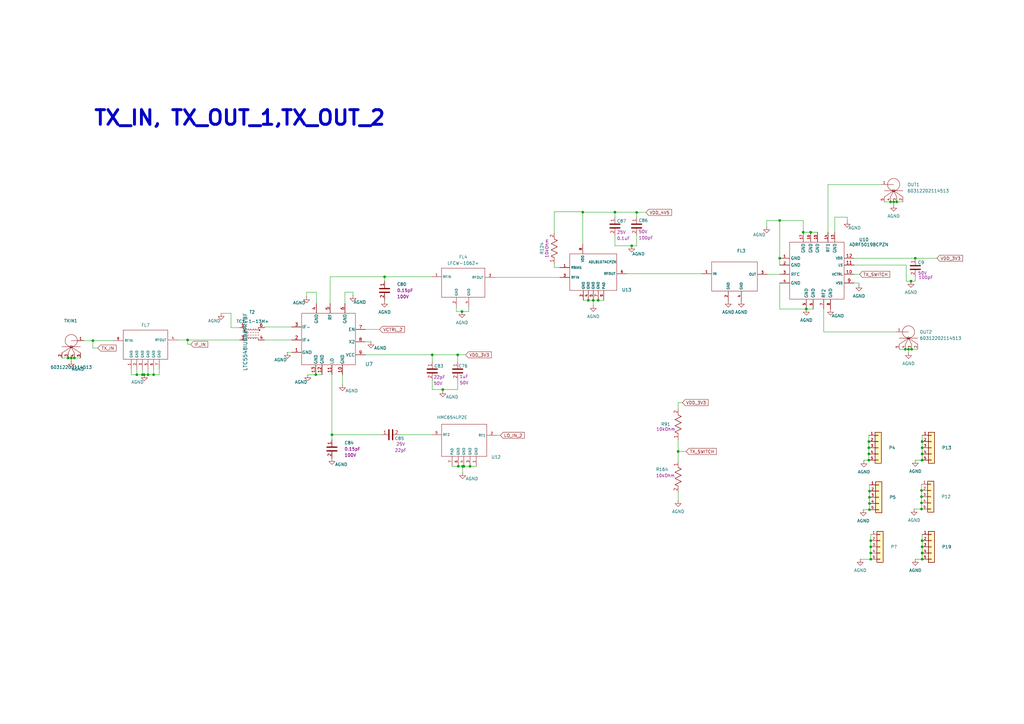
<source format=kicad_sch>
(kicad_sch (version 20250114) (generator "eeschema") (generator_version "9.0")
  (paper "A3")
  (lib_symbols
    (symbol "PABA-DP: CC0603KRX7R9BB101"
      (property "Reference" "C" (at -8.128 -3.048 0))
      (property "V" "50V" (at -8.128 7.62 0))
      (property "C" "100pF" (at -15.494 4.064 0))
      (symbol " CC0603KRX7R9BB101_0_1"
        (polyline (pts (xy -0.762 -5.588) (xy 3.302 -5.588)) (stroke (width 0.508)))
        (polyline (pts (xy -0.762 -7.112) (xy 3.302 -7.112)) (stroke (width 0.508)))
      )
      (symbol " CC0603KRX7R9BB101_1_1"
        (pin passive line (at 1.27 -2.54 270) (length 2.794) (name "~") (number "1"))
        (pin passive line (at 1.27 -10.16 90) (length 2.794) (name "~") (number "2"))
      )
    )
    (symbol "PABA-DP:02011JR15ZBSTR"
      (property "Reference" "C" (at 5.588 2.54 0))
      (property "C" "0.15pF" (at 0 0 0))
      (property "V" "100V" (at 0 0 0))
      (symbol "02011JR15ZBSTR_0_1"
        (polyline (pts (xy -0.762 -5.588) (xy 3.302 -5.588)) (stroke (width 0.508)))
        (polyline (pts (xy -0.762 -7.112) (xy 3.302 -7.112)) (stroke (width 0.508)))
      )
      (symbol "02011JR15ZBSTR_1_1"
        (pin passive line (at 1.27 -2.54 270) (length 2.794) (name "~") (number "1"))
        (pin passive line (at 1.27 -10.16 90) (length 2.794) (name "~") (number "2"))
      )
    )
    (symbol "PABA-DP:06035C220JAT2A"
      (property "Reference" "C" (at 0 0 0))
      (property "C" "22pF" (at 0 0 0))
      (property "V" "50V" (at 0 0 0))
      (symbol "06035C220JAT2A_0_1"
        (polyline (pts (xy -0.762 -5.588) (xy 3.302 -5.588)) (stroke (width 0.508)))
        (polyline (pts (xy -0.762 -7.112) (xy 3.302 -7.112)) (stroke (width 0.508)))
      )
      (symbol "06035C220JAT2A_1_1"
        (pin passive line (at 1.27 -2.54 270) (length 2.794) (name "~") (number "1"))
        (pin passive line (at 1.27 -10.16 90) (length 2.794) (name "~") (number "2"))
      )
    )
    (symbol "PABA-DP:36900000"
      (property "Reference" "P" (at 0 0 0))
      (symbol "36900000_1_1"
        (rectangle (start -0.508 -4.826) (end 2.032 -17.526) (stroke (width 0.254)) (fill (type background)))
        (rectangle (start -0.508 -5.969) (end 0.762 -6.223) (stroke (width 0.1524)))
        (rectangle (start -0.508 -8.509) (end 0.762 -8.763) (stroke (width 0.1524)))
        (rectangle (start -0.508 -11.049) (end 0.762 -11.303) (stroke (width 0.1524)))
        (rectangle (start -0.508 -13.589) (end 0.762 -13.843) (stroke (width 0.1524)))
        (rectangle (start -0.508 -16.129) (end 0.762 -16.383) (stroke (width 0.1524)))
        (pin passive line (at -3.048 -6.096 0) (length 2.5) (name "") (number "1"))
        (pin passive line (at -3.048 -8.636 0) (length 2.5) (name "") (number "2"))
        (pin passive line (at -3.048 -11.176 0) (length 2.5) (name "") (number "3"))
        (pin passive line (at -3.048 -13.716 0) (length 2.5) (name "") (number "4"))
        (pin passive line (at -3.048 -16.256 0) (length 2.5) (name "") (number "5"))
      )
    )
    (symbol "PABA-DP:60312202114513"
      (property "Reference" "J" (at 0 0 0))
      (property "Value" "60312202114513" (at 0 0 0))
      (symbol "60312202114513_0_1"
        (polyline (pts (xy -3.81 8.382) (xy 3.81 8.382)))
        (polyline (pts (xy -2.54 10.922) (xy 0 10.922)))
        (polyline (pts (xy -1.27 5.842) (xy -1.27 5.842)))
        (polyline (pts (xy -1.27 5.842) (xy 0 8.382)))
        (circle (center 0 10.922) (radius 2.5))
        (circle (center 0 8.382) (radius 0.508))
        (polyline (pts (xy 0 8.382) (xy -3.81 5.842)))
        (polyline (pts (xy 1.27 5.842) (xy 0 8.382)))
        (polyline (pts (xy 3.81 5.842) (xy 0 8.382)))
      )
      (symbol "60312202114513_1_1"
        (pin input line (at -5.088 10.922 0) (length 2.5) (name "") (number "1"))
        (pin input line (at -3.81 3.81 90) (length 2) (name "") (number "5"))
        (pin input line (at -1.27 3.81 90) (length 2) (name "") (number "4"))
        (pin input line (at 1.27 3.81 90) (length 2) (name "") (number "3"))
        (pin input line (at 3.81 3.81 90) (length 2) (name "") (number "2"))
      )
    )
    (symbol "PABA-DP:ADL8107ACPZN"
      (property "Reference" "U" (at 6.858 1.778 0))
      (property "Value" "ADL8107ACPZN" (at 6.096 0 0))
      (symbol "ADL8107ACPZN_0_1"
        (rectangle (start -7.366 3.302) (end 11.938 -11.684))
      )
      (symbol "ADL8107ACPZN_1_1"
        (pin input line (at -11.43 -2.286 0) (length 4) (name "RBIAS") (number "1"))
        (pin input line (at -11.43 -6.35 0) (length 4) (name "RFIN") (number "3"))
        (pin input line (at -2.032 7.366 270) (length 4) (name "VDD") (number "8"))
        (pin input line (at -1.778 -15.748 90) (length 4) (name "GND") (number "2"))
        (pin input line (at 0.254 -15.748 90) (length 4) (name "GND") (number "4"))
        (pin input line (at 2.286 -15.748 90) (length 4) (name "GND") (number "5"))
        (pin input line (at 4.318 -15.748 90) (length 4) (name "GND") (number "7"))
        (pin input line (at 6.604 -15.748 90) (length 4) (name "PAD") (number "9"))
        (pin input line (at 16.002 -4.826 180) (length 4) (name "RFOUT") (number "6"))
      )
    )
    (symbol "PABA-DP:ADRF5019BCPZN"
      (property "Reference" "U" (at -0.254 11.176 0))
      (property "Value" "ADRF5019BCPZN" (at -0.254 11.176 0))
      (symbol "ADRF5019BCPZN_0_1"
        (rectangle (start -6.35 0) (end 16.002 -23.368))
      )
      (symbol "ADRF5019BCPZN_1_1"
        (pin passive line (at -10.414 -6.604 0) (length 4) (name "GND") (number "1"))
        (pin passive line (at -10.414 -9.398 0) (length 4) (name "GND") (number "2"))
        (pin passive line (at -10.414 -13.208 0) (length 4) (name "RFC") (number "3"))
        (pin passive line (at -10.414 -16.764 0) (length 4) (name "GND") (number "4"))
        (pin passive line (at -0.762 4.064 270) (length 4) (name "GND") (number "17"))
        (pin passive line (at 0.508 -27.432 90) (length 4) (name "GND") (number "5"))
        (pin passive line (at 2.286 4.064 270) (length 4) (name "GND") (number "16"))
        (pin passive line (at 3.302 -27.432 90) (length 4) (name "GND") (number "6"))
        (pin passive line (at 5.08 4.064 270) (length 4) (name "GND") (number "15"))
        (pin passive line (at 7.62 -27.432 90) (length 4) (name "RF2") (number "7"))
        (pin passive line (at 9.398 4.064 270) (length 4) (name "RF1") (number "14"))
        (pin passive line (at 10.414 -27.432 90) (length 4) (name "GND") (number "8"))
        (pin passive line (at 12.192 4.064 270) (length 4) (name "GND") (number "13"))
        (pin passive line (at 20.066 -6.604 180) (length 4) (name "VDD") (number "12"))
        (pin passive line (at 20.066 -9.398 180) (length 4) (name "LS") (number "11"))
        (pin passive line (at 20.066 -13.208 180) (length 4) (name "VCTRL") (number "10"))
        (pin passive line (at 20.066 -16.764 180) (length 4) (name "VSS") (number "9"))
      )
    )
    (symbol "PABA-DP:BFCN-1052+"
      (property "Reference" "FL" (at -0.762 5.334 0))
      (symbol "BFCN-1052+_0_1"
        (rectangle (start -15.24 -1.778) (end 3.556 -13.716))
      )
      (symbol "BFCN-1052+_1_1"
        (pin input line (at -19.304 -6.604 0) (length 4) (name "IN") (number "1"))
        (pin input line (at -8.382 -17.78 90) (length 4) (name "GND") (number "2"))
        (pin input line (at -3.048 -17.78 90) (length 4) (name "GND") (number "4"))
        (pin input line (at 7.62 -6.858 180) (length 4) (name "OUT") (number "3"))
      )
    )
    (symbol "PABA-DP:CL10A105KB8NNNC"
      (property "Reference" "C" (at 0 0 0))
      (property "C" "1uF" (at 0 0 0))
      (property "V" "50V" (at 0 0 0))
      (symbol "CL10A105KB8NNNC_0_1"
        (polyline (pts (xy -0.762 -5.588) (xy 3.302 -5.588)) (stroke (width 0.508)))
        (polyline (pts (xy -0.762 -7.112) (xy 3.302 -7.112)) (stroke (width 0.508)))
      )
      (symbol "CL10A105KB8NNNC_1_1"
        (pin passive line (at 1.27 -2.54 270) (length 2.794) (name "~") (number "1"))
        (pin passive line (at 1.27 -10.16 90) (length 2.794) (name "~") (number "2"))
      )
    )
    (symbol "PABA-DP:CL10B104KA8NNNC"
      (property "Reference" "C" (at 0 0 0))
      (property "V" "25V" (at 0 0 0))
      (property "C" "0.1uF" (at 0 0 0))
      (symbol "CL10B104KA8NNNC_0_1"
        (polyline (pts (xy -0.762 -5.588) (xy 3.302 -5.588)) (stroke (width 0.508)))
        (polyline (pts (xy -0.762 -7.112) (xy 3.302 -7.112)) (stroke (width 0.508)))
      )
      (symbol "CL10B104KA8NNNC_1_1"
        (pin passive line (at 1.27 -2.54 270) (length 2.794) (name "~") (number "1"))
        (pin passive line (at 1.27 -10.16 90) (length 2.794) (name "~") (number "2"))
      )
    )
    (symbol "PABA-DP:ERJ-3EKF1002V"
      (property "Reference" "R" (at 0.508 0 0))
      (property "R" "10kOhm" (at 0 0 0))
      (symbol "ERJ-3EKF1002V_1_1"
        (polyline (pts (xy -3.81 -2.54) (xy -3.175 -1.27)) (stroke (width 0.2032)))
        (polyline (pts (xy -3.175 -1.27) (xy -1.905 -3.81)) (stroke (width 0.2032)))
        (polyline (pts (xy -1.905 -3.81) (xy -0.635 -1.27)) (stroke (width 0.2032)))
        (polyline (pts (xy -0.635 -1.27) (xy 0.635 -3.81)) (stroke (width 0.2032)))
        (polyline (pts (xy 0.635 -3.81) (xy 1.905 -1.27)) (stroke (width 0.2032)))
        (polyline (pts (xy 1.905 -1.27) (xy 3.175 -3.81)) (stroke (width 0.2032)))
        (polyline (pts (xy 3.175 -3.81) (xy 3.81 -2.54)) (stroke (width 0.2032)))
        (pin unspecified line (at -6.35 -2.54 0) (length 2.54) (name "") (number "1"))
        (pin unspecified line (at 6.35 -2.54 180) (length 2.54) (name "") (number "2"))
      )
    )
    (symbol "PABA-DP:GND" (power) (pin_numbers (hide yes)) (pin_names (offset 0) (hide yes))
      (property "Value" "GND" (at 0 -3.81 0))
      (symbol "GND_0_1"
        (polyline (pts (xy 0 0) (xy 0 -1.27) (xy 1.27 -1.27) (xy 0 -2.54) (xy -1.27 -1.27) (xy 0 -1.27)))
      )
      (symbol "GND_1_1"
        (pin power_in line (at 0 0 270) (length 0) (name "~") (number "1"))
      )
    )
    (symbol "PABA-DP:GRM0335C1E220JA01D"
      (property "Reference" "C" (at 0 0 0))
      (property "V" "25V" (at 0 0 0))
      (property "C" "22pF" (at 0 0 0))
      (symbol "GRM0335C1E220JA01D_0_1"
        (polyline (pts (xy -0.762 -5.588) (xy 3.302 -5.588)) (stroke (width 0.508)))
        (polyline (pts (xy -0.762 -7.112) (xy 3.302 -7.112)) (stroke (width 0.508)))
      )
      (symbol "GRM0335C1E220JA01D_1_1"
        (pin passive line (at 1.27 -2.54 270) (length 2.794) (name "~") (number "1"))
        (pin passive line (at 1.27 -10.16 90) (length 2.794) (name "~") (number "2"))
      )
    )
    (symbol "PABA-DP:HMC654LP2E"
      (property "Reference" "U" (at 0 0 0))
      (property "Value" "HMC654LP2E" (at 0 0 0))
      (symbol "HMC654LP2E_0_1"
        (rectangle (start -4.318 -2.794) (end 14.224 -16.002))
      )
      (symbol "HMC654LP2E_1_1"
        (pin input line (at -8.382 -7.112 0) (length 4) (name "RF2") (number "5"))
        (pin input line (at 0 -20.066 90) (length 4) (name "PAD") (number "7"))
        (pin input line (at 2.54 -20.066 90) (length 4) (name "GND") (number "6"))
        (pin input line (at 4.826 -20.066 90) (length 4) (name "GND") (number "4"))
        (pin input line (at 7.366 -20.066 90) (length 4) (name "GND") (number "3"))
        (pin input line (at 9.906 -20.066 90) (length 4) (name "GND") (number "1"))
        (pin input line (at 18.288 -7.366 180) (length 4) (name "RF1") (number "2"))
      )
    )
    (symbol "PABA-DP:LFCG-2500+"
      (property "Reference" "FL" (at 0.254 2.286 0))
      (symbol "LFCG-2500+_0_1"
        (rectangle (start -9.144 -2.032) (end 9.144 -13.97))
      )
      (symbol "LFCG-2500+_1_1"
        (pin input line (at -13.208 -6.35 0) (length 4) (name "RFIN") (number "8"))
        (pin input line (at -5.842 -18.034 90) (length 4) (name "GND") (number "1"))
        (pin input line (at -3.556 -18.034 90) (length 4) (name "GND") (number "2"))
        (pin input line (at -1.27 -18.034 90) (length 4) (name "GND") (number "3"))
        (pin input line (at 1.016 -18.034 90) (length 4) (name "GND") (number "5"))
        (pin input line (at 3.302 -18.034 90) (length 4) (name "GND") (number "6"))
        (pin input line (at 5.588 -18.034 90) (length 4) (name "GND") (number "7"))
        (pin input line (at 13.208 -6.096 180) (length 4) (name "RFOUT") (number "4"))
      )
    )
    (symbol "PABA-DP:LFCW-1062+"
      (property "Reference" "FL" (at 0 0 0))
      (property "Value" "LFCW-1062+" (at 0 0 0))
      (symbol "LFCW-1062+_0_1"
        (rectangle (start -7.112 -3.81) (end 10.668 -15.748))
      )
      (symbol "LFCW-1062+_1_1"
        (pin input line (at -11.176 -7.366 0) (length 4) (name "RFIN") (number "1"))
        (pin input line (at -1.016 -19.812 90) (length 4) (name "GND") (number "2"))
        (pin input line (at 4.064 -19.812 90) (length 4) (name "GND") (number "4"))
        (pin input line (at 14.732 -7.62 180) (length 4) (name "RFOUT") (number "3"))
      )
    )
    (symbol "PABA-DP:LTC5548IUDB#TRPBF" (pin_names (offset 0.254))
      (property "Reference" "U" (at 18.288 30.734 0))
      (property "Value" "LTC5548IUDB#TRPBF" (at 18.288 28.194 0))
      (symbol "LTC5548IUDB#TRPBF_0_1"
        (rectangle (start 6.604 5.08) (end 27.686 -17.018))
        (pin power_out line (at 2.54 -1.016 0) (length 4) (name "GND") (number "4"))
        (pin unspecified line (at 2.54 -6.604 0) (length 4) (name "RF") (number "5"))
        (pin power_out line (at 2.54 -12.7 0) (length 4) (name "GND") (number "6"))
        (pin unspecified line (at 13.208 -21.082 90) (length 4) (name "EN") (number "7"))
        (pin unspecified line (at 17.526 9.144 270) (length 4) (name "IF+") (number "2"))
        (pin unspecified line (at 18.288 -21.082 90) (length 4) (name "X2") (number "8"))
        (pin power_out line (at 22.606 9.144 270) (length 4) (name "GND") (number "1"))
        (pin power_in line (at 23.622 -21.082 90) (length 4) (name "VCC") (number "9"))
        (pin power_out line (at 31.75 -3.302 180) (length 4) (name "GND") (number "12"))
        (pin unspecified line (at 31.75 -7.366 180) (length 4) (name "LO") (number "11"))
        (pin power_out line (at 31.75 -11.684 180) (length 4) (name "GND") (number "10"))
      )
      (symbol "LTC5548IUDB#TRPBF_1_1"
        (pin unspecified line (at 12.192 9.144 270) (length 4) (name "IF-") (number "3"))
        (pin power_out line (at 31.75 -0.762 180) (length 4) (name "GND") (number "13"))
      )
    )
    (symbol "PABA-DP:TC1-1-13M+"
      (property "Reference" "T" (at 0 0 0))
      (property "Value" "TC1-1-13M+" (at 0 0 0))
      (symbol "TC1-1-13M+_1_1"
        (circle (center -2.794 -3.556) (radius 0.254) (fill (type outline)))
        (polyline (pts (xy -2.54 -4.572) (xy -2.032 -4.572)))
        (polyline (pts (xy -2.54 -5.588) (xy -2.032 -5.588)))
        (polyline (pts (xy -2.286 -3.048) (xy -2.286 -2.54)))
        (polyline (pts (xy -2.286 -7.112) (xy -2.286 -7.62)))
        (arc (start -1.27 -3.048) (mid -1.778 -3.5538) (end -2.286 -3.048))
        (arc (start -2.286 -7.112) (mid -1.778 -6.6062) (end -1.27 -7.112))
        (polyline (pts (xy -1.524 -4.572) (xy -1.016 -4.572)))
        (polyline (pts (xy -1.524 -5.588) (xy -1.016 -5.588)))
        (arc (start -0.254 -3.048) (mid -0.762 -3.5538) (end -1.27 -3.048))
        (arc (start -1.27 -7.112) (mid -0.762 -6.6062) (end -0.254 -7.112))
        (polyline (pts (xy -0.508 -4.572) (xy 0 -4.572)))
        (polyline (pts (xy -0.508 -5.588) (xy 0 -5.588)))
        (arc (start 0.762 -3.048) (mid 0.254 -3.5538) (end -0.254 -3.048))
        (arc (start -0.254 -7.112) (mid 0.254 -6.6062) (end 0.762 -7.112))
        (polyline (pts (xy 0.508 -4.572) (xy 1.016 -4.572)))
        (polyline (pts (xy 0.508 -5.588) (xy 1.016 -5.588)))
        (arc (start 1.778 -3.048) (mid 1.27 -3.5538) (end 0.762 -3.048))
        (arc (start 0.762 -7.112) (mid 1.27 -6.6062) (end 1.778 -7.112))
        (polyline (pts (xy 1.524 -4.572) (xy 2.032 -4.572)))
        (polyline (pts (xy 1.524 -5.588) (xy 2.032 -5.588)))
        (arc (start 2.794 -3.048) (mid 2.286 -3.5538) (end 1.778 -3.048))
        (arc (start 1.778 -7.112) (mid 2.286 -6.6062) (end 2.794 -7.112))
        (polyline (pts (xy 2.54 -4.572) (xy 3.048 -4.572)))
        (polyline (pts (xy 2.54 -5.588) (xy 3.048 -5.588)))
        (polyline (pts (xy 2.794 -2.54) (xy 2.794 -3.048)))
        (polyline (pts (xy 2.794 -7.112) (xy 2.794 -7.62)))
        (circle (center 3.302 -3.556) (radius 0.254) (fill (type outline)))
        (pin passive line (at -4.826 -2.54 0) (length 2.54) (name "~") (number "6"))
        (pin passive line (at -4.826 -7.62 0) (length 2.54) (name "~") (number "4"))
        (pin no_connect line (at 3.556 -11.43 0) (length 2.54) (hide yes) (name "") (number "2"))
        (pin passive line (at 5.334 -2.54 180) (length 2.54) (name "~") (number "1"))
        (pin passive line (at 5.334 -7.62 180) (length 2.54) (name "~") (number "3"))
      )
    )
  )
  (text "TX_IN, TX_OUT_1,TX_OUT_2" (at 98.298 48.514 0) (effects (font (size 6 6) (thickness 1.2) (bold yes))))
  (junction (at 366.522 82.804))
  (junction (at 365.252 82.804))
  (junction (at 259.08 100.838))
  (junction (at 356.362 183.642))
  (junction (at 58.42 153.67))
  (junction (at 181.61 159.766))
  (junction (at 38.1 139.7))
  (junction (at 261.112 87.122))
  (junction (at 136.144 178.308))
  (junction (at 356.616 203.962))
  (junction (at 187.706 145.542))
  (junction (at 378.206 188.722))
  (junction (at 377.952 201.168))
  (junction (at 189.738 191.262))
  (junction (at 378.206 221.742))
  (junction (at 319.786 105.918))
  (junction (at 319.786 90.424))
  (junction (at 377.952 206.248))
  (junction (at 371.348 143.256))
  (junction (at 252.222 87.01))
  (junction (at 377.952 208.788))
  (junction (at 177.292 145.542))
  (junction (at 357.124 226.822))
  (junction (at 157.734 113.538))
  (junction (at 356.362 186.182))
  (junction (at 278.13 185.166))
  (junction (at 375.412 105.918))
  (junction (at 329.438 95.25))
  (junction (at 357.124 229.362))
  (junction (at 189.484 127.762))
  (junction (at 378.206 229.362))
  (junction (at 187.96 191.262))
  (junction (at 243.332 123.19))
  (junction (at 241.3 123.19))
  (junction (at 239.014 87.01))
  (junction (at 378.206 183.642))
  (junction (at 192.786 191.262))
  (junction (at 378.206 181.102))
  (junction (at 373.888 143.256))
  (junction (at 356.362 181.102))
  (junction (at 367.792 82.804))
  (junction (at 357.124 221.742))
  (junction (at 59.182 153.67))
  (junction (at 56.134 153.67))
  (junction (at 29.21 146.812))
  (junction (at 330.708 126.746))
  (junction (at 60.706 153.67))
  (junction (at 245.364 123.19))
  (junction (at 27.94 146.812))
  (junction (at 378.206 224.282))
  (junction (at 76.962 139.446))
  (junction (at 372.618 143.256))
  (junction (at 357.124 224.282))
  (junction (at 356.616 201.422))
  (junction (at 129.54 153.67))
  (junction (at 356.616 206.502))
  (junction (at 332.486 95.25))
  (junction (at 356.362 188.722))
  (junction (at 378.206 226.822))
  (junction (at 377.952 203.708))
  (junction (at 373.634 115.316))
  (junction (at 62.992 153.67))
  (junction (at 378.206 186.182))
  (junction (at 356.616 209.042))
  (junction (at 190.246 191.262))
  (junction (at 30.48 146.812))
  (wire (pts (xy 40.132 142.748) (xy 38.1 142.748)))
  (wire (pts (xy 373.888 143.256) (xy 376.428 143.256)))
  (wire (pts (xy 372.618 143.256) (xy 372.618 144.526)))
  (wire (pts (xy 58.42 153.67) (xy 59.182 153.67)))
  (wire (pts (xy 362.712 82.804) (xy 365.252 82.804)))
  (wire (pts (xy 252.222 96.52) (xy 252.222 100.838)))
  (wire (pts (xy 187.706 145.542) (xy 191.008 145.542)))
  (wire (pts (xy 126.238 153.67) (xy 129.54 153.67)))
  (wire (pts (xy 319.786 126.746) (xy 330.708 126.746)))
  (wire (pts (xy 98.298 134.366) (xy 94.7495 134.366)))
  (wire (pts (xy 72.898 139.446) (xy 76.962 139.446)))
  (wire (pts (xy 319.786 90.424) (xy 329.438 90.424)))
  (wire (pts (xy 354.33 188.722) (xy 356.362 188.722)))
  (wire (pts (xy 375.412 105.918) (xy 384.302 105.918)))
  (wire (pts (xy 352.552 112.522) (xy 350.266 112.522)))
  (wire (pts (xy 34.298 139.7) (xy 38.1 139.7)))
  (wire (pts (xy 189.738 193.802) (xy 189.738 191.262)))
  (wire (pts (xy 378.206 183.642) (xy 378.206 186.182)))
  (wire (pts (xy 227.33 86.868) (xy 227.33 95.504)))
  (wire (pts (xy 108.458 134.112) (xy 119.634 134.112)))
  (wire (pts (xy 278.13 185.166) (xy 278.13 189.23)))
  (wire (pts (xy 192.786 191.262) (xy 195.326 191.262)))
  (wire (pts (xy 140.462 157.734) (xy 140.462 153.67)))
  (wire (pts (xy 368.808 143.256) (xy 371.348 143.256)))
  (wire (pts (xy 136.144 180.34) (xy 136.144 178.308)))
  (wire (pts (xy 62.992 151.384) (xy 62.992 153.67)))
  (wire (pts (xy 135.382 113.538) (xy 157.734 113.538)))
  (wire (pts (xy 337.82 126.746) (xy 337.82 136.144)))
  (wire (pts (xy 375.412 188.722) (xy 378.206 188.722)))
  (wire (pts (xy 350.266 105.918) (xy 375.412 105.918)))
  (wire (pts (xy 319.786 116.078) (xy 319.786 126.746)))
  (wire (pts (xy 177.292 159.766) (xy 181.61 159.766)))
  (wire (pts (xy 333.502 126.746) (xy 330.708 126.746)))
  (wire (pts (xy 371.6606 115.316) (xy 373.634 115.316)))
  (wire (pts (xy 278.13 165.1) (xy 278.13 167.64)))
  (wire (pts (xy 227.33 86.868) (xy 239.014 86.868)))
  (wire (pts (xy 60.706 151.384) (xy 60.706 153.67)))
  (wire (pts (xy 357.124 221.742) (xy 357.124 224.282)))
  (wire (pts (xy 337.82 136.144) (xy 367.53 136.144)))
  (wire (pts (xy 357.124 219.202) (xy 357.124 221.742)))
  (wire (pts (xy 378.206 181.102) (xy 378.206 183.642)))
  (wire (pts (xy 243.332 123.19) (xy 243.332 125.222)))
  (wire (pts (xy 378.206 224.282) (xy 378.206 226.822)))
  (wire (pts (xy 190.246 191.262) (xy 192.786 191.262)))
  (wire (pts (xy 136.144 178.308) (xy 136.144 153.67)))
  (wire (pts (xy 129.54 153.67) (xy 132.08 153.67)))
  (wire (pts (xy 30.48 146.812) (xy 33.02 146.812)))
  (wire (pts (xy 356.362 178.562) (xy 356.362 181.102)))
  (wire (pts (xy 377.952 201.168) (xy 377.952 203.708)))
  (wire (pts (xy 229.616 109.728) (xy 227.33 109.728)))
  (wire (pts (xy 177.292 148.336) (xy 177.292 145.542)))
  (wire (pts (xy 366.522 82.804) (xy 367.792 82.804)))
  (wire (pts (xy 314.452 92.964) (xy 314.452 90.424)))
  (wire (pts (xy 261.112 100.838) (xy 259.08 100.838)))
  (wire (pts (xy 356.362 181.102) (xy 356.362 183.642)))
  (wire (pts (xy 152.146 140.208) (xy 149.86 140.208)))
  (wire (pts (xy 356.362 183.642) (xy 356.362 186.182)))
  (wire (pts (xy 352.298 116.078) (xy 350.266 116.078)))
  (wire (pts (xy 60.706 153.67) (xy 62.992 153.67)))
  (wire (pts (xy 243.332 123.19) (xy 245.364 123.19)))
  (wire (pts (xy 350.266 108.712) (xy 371.6606 108.712)))
  (wire (pts (xy 375.412 115.316) (xy 375.412 113.538)))
  (wire (pts (xy 76.962 141.224) (xy 76.962 139.446)))
  (wire (pts (xy 372.618 143.256) (xy 373.888 143.256)))
  (wire (pts (xy 354.076 209.042) (xy 356.616 209.042)))
  (wire (pts (xy 187.96 191.262) (xy 189.738 191.262)))
  (wire (pts (xy 377.952 206.248) (xy 377.952 208.788)))
  (wire (pts (xy 202.946 113.792) (xy 229.616 113.792)))
  (wire (pts (xy 144.78 121.158) (xy 144.78 119.8276)))
  (wire (pts (xy 245.364 123.19) (xy 247.65 123.19)))
  (wire (pts (xy 25.4 146.812) (xy 27.94 146.812)))
  (wire (pts (xy 177.292 155.956) (xy 177.292 159.766)))
  (wire (pts (xy 94.7495 128.524) (xy 90.678 128.524)))
  (wire (pts (xy 187.198 127.762) (xy 189.484 127.762)))
  (wire (pts (xy 377.952 198.628) (xy 377.952 201.168)))
  (wire (pts (xy 357.124 224.282) (xy 357.124 226.822)))
  (wire (pts (xy 157.734 113.538) (xy 177.038 113.538)))
  (wire (pts (xy 252.222 100.838) (xy 259.08 100.838)))
  (wire (pts (xy 371.348 143.256) (xy 372.618 143.256)))
  (wire (pts (xy 339.598 75.692) (xy 339.598 95.25)))
  (wire (pts (xy 125.73 119.894) (xy 125.73 121.666)))
  (wire (pts (xy 367.792 82.804) (xy 370.332 82.804)))
  (wire (pts (xy 357.124 226.822) (xy 357.124 229.362)))
  (wire (pts (xy 378.206 178.562) (xy 378.206 181.102)))
  (wire (pts (xy 38.1 142.748) (xy 38.1 139.7)))
  (wire (pts (xy 329.438 90.424) (xy 329.438 95.25)))
  (wire (pts (xy 366.522 82.804) (xy 366.522 84.074)))
  (wire (pts (xy 239.014 87.01) (xy 252.222 87.01)))
  (wire (pts (xy 314.452 90.424) (xy 319.786 90.424)))
  (wire (pts (xy 56.134 153.67) (xy 58.42 153.67)))
  (wire (pts (xy 319.786 105.918) (xy 319.786 108.712)))
  (wire (pts (xy 342.392 89.0457) (xy 347.472 89.0457)))
  (wire (pts (xy 365.252 82.804) (xy 366.522 82.804)))
  (wire (pts (xy 181.61 159.766) (xy 181.61 160.274)))
  (wire (pts (xy 356.616 206.502) (xy 356.616 209.042)))
  (wire (pts (xy 239.268 123.19) (xy 241.3 123.19)))
  (wire (pts (xy 378.206 219.202) (xy 378.206 221.742)))
  (wire (pts (xy 375.412 229.362) (xy 378.206 229.362)))
  (wire (pts (xy 157.734 123.444) (xy 157.734 122.936)))
  (wire (pts (xy 314.706 112.522) (xy 319.786 112.522)))
  (wire (pts (xy 373.634 115.316) (xy 375.412 115.316)))
  (wire (pts (xy 261.112 88.9) (xy 261.112 87.122)))
  (wire (pts (xy 76.962 139.446) (xy 98.298 139.446)))
  (wire (pts (xy 378.206 221.742) (xy 378.206 224.282)))
  (wire (pts (xy 261.112 87.01) (xy 252.222 87.01)))
  (wire (pts (xy 129.794 119.894) (xy 125.73 119.894)))
  (wire (pts (xy 65.278 151.384) (xy 65.278 153.67)))
  (wire (pts (xy 329.438 95.25) (xy 332.486 95.25)))
  (wire (pts (xy 203.708 178.562) (xy 205.232 178.562)))
  (wire (pts (xy 257.048 112.268) (xy 287.782 112.268)))
  (wire (pts (xy 157.734 115.316) (xy 157.734 113.538)))
  (wire (pts (xy 53.848 151.384) (xy 53.848 153.67)))
  (wire (pts (xy 356.616 203.962) (xy 356.616 206.502)))
  (wire (pts (xy 371.6606 108.712) (xy 371.6606 115.316)))
  (wire (pts (xy 189.738 191.262) (xy 190.246 191.262)))
  (wire (pts (xy 144.78 119.8276) (xy 141.478 119.8276)))
  (wire (pts (xy 129.794 119.894) (xy 129.794 124.46)))
  (wire (pts (xy 261.112 87.122) (xy 261.112 87.01)))
  (wire (pts (xy 155.702 135.128) (xy 149.86 135.128)))
  (wire (pts (xy 56.134 151.384) (xy 56.134 153.67)))
  (wire (pts (xy 261.112 96.52) (xy 261.112 100.838)))
  (wire (pts (xy 177.292 145.542) (xy 187.706 145.542)))
  (wire (pts (xy 29.21 146.812) (xy 30.48 146.812)))
  (wire (pts (xy 58.42 151.384) (xy 58.42 153.67)))
  (wire (pts (xy 354.33 188.976) (xy 354.33 188.722)))
  (wire (pts (xy 78.232 141.224) (xy 76.962 141.224)))
  (wire (pts (xy 141.478 119.8276) (xy 141.478 124.46)))
  (wire (pts (xy 264.922 87.122) (xy 261.112 87.122)))
  (wire (pts (xy 352.806 229.362) (xy 357.124 229.362)))
  (wire (pts (xy 135.382 124.46) (xy 135.382 113.538)))
  (wire (pts (xy 319.786 90.424) (xy 319.786 105.918)))
  (wire (pts (xy 252.222 87.01) (xy 252.222 88.9)))
  (wire (pts (xy 187.198 125.984) (xy 187.198 127.762)))
  (wire (pts (xy 342.392 95.25) (xy 342.392 89.0457)))
  (wire (pts (xy 227.33 109.728) (xy 227.33 108.204)))
  (wire (pts (xy 356.616 201.422) (xy 356.616 203.962)))
  (wire (pts (xy 164.084 178.308) (xy 177.038 178.308)))
  (wire (pts (xy 356.362 186.182) (xy 356.362 188.722)))
  (wire (pts (xy 356.616 198.882) (xy 356.616 201.422)))
  (wire (pts (xy 187.706 155.956) (xy 187.706 159.766)))
  (wire (pts (xy 62.992 153.67) (xy 65.278 153.67)))
  (wire (pts (xy 332.486 95.25) (xy 335.28 95.25)))
  (wire (pts (xy 278.13 180.34) (xy 278.13 185.166)))
  (wire (pts (xy 239.014 87.01) (xy 239.014 100.076)))
  (wire (pts (xy 241.3 123.19) (xy 243.332 123.19)))
  (wire (pts (xy 181.61 159.766) (xy 187.706 159.766)))
  (wire (pts (xy 187.706 148.336) (xy 187.706 145.542)))
  (wire (pts (xy 378.206 186.182) (xy 378.206 188.722)))
  (wire (pts (xy 108.458 134.366) (xy 108.458 134.112)))
  (wire (pts (xy 377.952 203.708) (xy 377.952 206.248)))
  (wire (pts (xy 38.1 139.7) (xy 46.482 139.7)))
  (wire (pts (xy 108.458 139.446) (xy 119.634 139.446)))
  (wire (pts (xy 374.904 208.788) (xy 377.952 208.788)))
  (wire (pts (xy 136.144 178.308) (xy 156.464 178.308)))
  (wire (pts (xy 192.278 127.762) (xy 192.278 125.984)))
  (wire (pts (xy 278.13 205.232) (xy 278.13 201.93)))
  (wire (pts (xy 279.908 165.1) (xy 278.13 165.1)))
  (wire (pts (xy 185.42 191.262) (xy 187.96 191.262)))
  (wire (pts (xy 281.432 185.166) (xy 278.13 185.166)))
  (wire (pts (xy 94.7495 134.366) (xy 94.7495 128.524)))
  (wire (pts (xy 149.86 145.542) (xy 177.292 145.542)))
  (wire (pts (xy 361.434 75.692) (xy 339.598 75.692)))
  (wire (pts (xy 27.94 146.812) (xy 29.21 146.812)))
  (wire (pts (xy 347.472 89.0457) (xy 347.472 90.678)))
  (wire (pts (xy 239.014 86.868) (xy 239.014 87.01)))
  (wire (pts (xy 60.706 153.67) (xy 59.182 153.67)))
  (wire (pts (xy 117.856 144.526) (xy 119.634 144.526)))
  (wire (pts (xy 189.484 127.762) (xy 192.278 127.762)))
  (wire (pts (xy 53.848 153.67) (xy 56.134 153.67)))
  (wire (pts (xy 352.298 116.84) (xy 352.298 116.078)))
  (wire (pts (xy 29.21 148.082) (xy 29.21 146.812)))
  (wire (pts (xy 378.206 226.822) (xy 378.206 229.362)))
  (global_label "TX_SWITCH" (shape input) (at 352.552 112.522 0) (property "Intersheetrefs" "${INTERSHEET_REFS}" (effects (hide yes))))
  (global_label "TX_SWITCH" (shape input) (at 281.432 185.166 0) (property "Intersheetrefs" "${INTERSHEET_REFS}" (effects (hide yes))))
  (global_label "VDD_3V3" (shape input) (at 384.302 105.918 0) (property "Intersheetrefs" "${INTERSHEET_REFS}" (effects (hide yes))))
  (global_label "VDD_3V3" (shape input) (at 279.908 165.1 0) (property "Intersheetrefs" "${INTERSHEET_REFS}" (effects (hide yes))))
  (global_label "IF_IN" (shape input) (at 78.232 141.224 0) (property "Intersheetrefs" "${INTERSHEET_REFS}" (effects (hide yes))))
  (global_label "VCTRL_2" (shape input) (at 155.702 135.128 0) (property "Intersheetrefs" "${INTERSHEET_REFS}" (effects (hide yes))))
  (global_label "VDD_4V5" (shape input) (at 264.922 87.122 0) (property "Intersheetrefs" "${INTERSHEET_REFS}" (effects (hide yes))))
  (global_label "VDD_3V3" (shape input) (at 191.008 145.542 0) (property "Intersheetrefs" "${INTERSHEET_REFS}" (effects (hide yes))))
  (global_label "TX_IN" (shape input) (at 40.132 142.748 0) (property "Intersheetrefs" "${INTERSHEET_REFS}" (effects (hide yes))))
  (global_label "LO_IN_2" (shape input) (at 205.232 178.562 0) (property "Intersheetrefs" "${INTERSHEET_REFS}" (effects (hide yes))))
  (symbol (lib_id "PABA-DP:06035C220JAT2A") (at 176.022 145.796 0) (unit 1)
    (property "Reference" "C83" (at 178.054 150.114 0) (effects (justify left)))
    (property "Value" "06035C220JAT2A" (effects (hide yes)))
    (property "Footprint" "Capacitor_SMD:C_0603_1608Metric" (effects (hide yes)))
    (property "Datasheet" "https://datasheets.kyocera-avx.com/X7RDielectric.pdf" (effects (hide yes)))
    (property "Description" "22 pF ±5% 50V Ceramic Capacitor X7R 0603 (1608 Metric)" (effects (hide yes)))
    (property "C" "22pF" (at 177.8 154.686 0) (effects (justify left)))
    (property "V" "50V" (at 177.8 157.226 0) (effects (justify left)))
    (property "Acc" "5%" (effects (hide yes)))
  )
  (symbol (lib_id "PABA-DP: CC0603KRX7R9BB101") (at 259.842 86.36 0) (unit 1)
    (property "Reference" "C86" (at 261.874 90.424 0) (effects (justify left)))
    (property "Value" "CC0603KRX7R9BB101" (effects (hide yes)))
    (property "Footprint" "Capacitor_SMD:C_0603_1608Metric" (effects (hide yes)))
    (property "Datasheet" "https://www.yageo.com/upload/media/product/productsearch/datasheet/mlcc/UPY-GPHC_X7R_6.3V-to-250V_24.pdf" (effects (hide yes)))
    (property "Description" "CAP CER 100pF 50V 10% X7R 0603" (effects (hide yes)))
    (property "V" "50V" (at 261.874 94.996 0) (effects (justify left)))
    (property "C" "100pF" (at 261.874 97.536 0) (effects (justify left)))
    (property "Acc" "10%" (effects (hide yes)))
  )
  (symbol (lib_id "PABA-DP:GRM0335C1E220JA01D") (at 153.924 179.578 90) (unit 1)
    (property "Reference" "C85" (at 163.83 179.832 90))
    (property "Value" "GRM0335C1E220JA01D" (effects (hide yes)))
    (property "Footprint" "Capacitor_SMD:C_0201_0603Metric" (effects (hide yes)))
    (property "Datasheet" "https://search.murata.co.jp/Ceramy/image/img/A01X/G101/ENG/GRM0335C1E220JA01-01.pdf" (effects (hide yes)))
    (property "Description" "22 pF ±5% 25V Ceramic Capacitor C0G, NP0 0201 (0603 Metric)" (effects (hide yes)))
    (property "V" "25V" (at 164.338 182.118 90))
    (property "C" "22pF" (at 164.338 184.658 90))
    (property "Acc" "5%" (effects (hide yes)))
  )
  (symbol (lib_id "PABA-DP:GND") (at 298.704 123.444 0) (unit 1)
    (property "Reference" "#PWR0315" (effects (hide yes)))
    (property "Value" "AGND" (at 298.704 128.016 0))
    (property "Description" "Power symbol creates a global label with name \"GND\" , ground" (effects (hide yes)))
  )
  (symbol (lib_id "PABA-DP:BFCN-1052+") (at 307.086 105.664 0) (unit 1)
    (property "Reference" "FL3" (at 304.038 102.87 0))
    (property "Value" "BFCN-1052+" (effects (hide yes)))
    (property "Footprint" "Custom:BFCN1052" (effects (hide yes)))
    (property "Datasheet" "https://www.minicircuits.com/pdfs/BFCN-1052+.pdf" (effects (hide yes)))
    (property "Description" "10.77GHz Center Band Pass Ceramic Filter 2.25 GHz 50Ohm 4-SMD, No Lead" (effects (hide yes)))
  )
  (symbol (lib_id "PABA-DP:36900000") (at 381 192.532 0) (unit 1)
    (property "Reference" "P12" (at 386.08 203.7079 0) (effects (justify left)))
    (property "Value" "36900000" (effects (hide yes)))
    (property "Footprint" "Custom:36900000" (effects (hide yes)))
    (property "Datasheet" "https://www.we-online.com/components/products/datasheet/36900000.pdf" (effects (hide yes)))
    (property "Description" "RF Shield 0.315\" (0.80mm) X 0.256\" (6.50mm)" (effects (hide yes)))
  )
  (symbol (lib_id "PABA-DP: CC0603KRX7R9BB101") (at 374.142 103.378 0) (unit 1)
    (property "Reference" "C9" (at 376.428 107.696 0) (effects (justify left)))
    (property "Value" "CC0603KRX7R9BB101" (effects (hide yes)))
    (property "Footprint" "Capacitor_SMD:C_0603_1608Metric" (effects (hide yes)))
    (property "Datasheet" "https://www.yageo.com/upload/media/product/productsearch/datasheet/mlcc/UPY-GPHC_X7R_6.3V-to-250V_24.pdf" (effects (hide yes)))
    (property "Description" "CAP CER 100pF 50V 10% X7R 0603" (effects (hide yes)))
    (property "V" "50V" (at 376.428 112.014 0) (effects (justify left)))
    (property "C" "100pF" (at 376.682 113.792 0) (effects (justify left)))
    (property "Acc" "10%" (effects (hide yes)))
  )
  (symbol (lib_id "PABA-DP:60312202114513") (at 29.21 150.622 0) (mirror y) (unit 1)
    (property "Reference" "TXIN1" (at 31.75 131.572 0) (effects (justify left)))
    (property "Value" "60312202114513" (at 29.21 150.622 0))
    (property "Footprint" "Custom:60312202114513" (effects (hide yes)))
    (property "Datasheet" "https://www.we-online.com/components/products/datasheet/60312202114513.pdf" (effects (hide yes)))
    (property "Description" "SMA Connector Jack, Female Socket 50 Ohms Board Edge, End Launch Solder" (effects (hide yes)))
  )
  (symbol (lib_id "PABA-DP:CL10A105KB8NNNC") (at 186.436 145.796 0) (unit 1)
    (property "Reference" "C76" (at 187.96 150.114 0) (effects (justify left)))
    (property "Value" "CL10A105KB8NNNC" (effects (hide yes)))
    (property "Footprint" "Capacitor_SMD:C_0603_1608Metric" (effects (hide yes)))
    (property "Datasheet" "https://mm.digikey.com/Volume0/opasdata/d220001/medias/docus/658/CL10A105KB8NNNC_Spec.pdf" (effects (hide yes)))
    (property "Description" "1 µF ±10% 50V Ceramic Capacitor X5R 0603 (1608 Metric)" (effects (hide yes)))
    (property "Acc" "10%" (effects (hide yes)))
    (property "C" "1uF" (at 188.468 154.432 0) (effects (justify left)))
    (property "V" "50V" (at 188.468 156.972 0) (effects (justify left)))
  )
  (symbol (lib_id "PABA-DP:HMC654LP2E") (at 185.42 171.196 0) (unit 1)
    (property "Reference" "U12" (at 203.454 187.452 0))
    (property "Value" "HMC654LP2E" (at 185.42 171.196 0))
    (property "Footprint" "Custom:HMC652LP2E TDFN 2x2" (effects (hide yes)))
    (property "Datasheet" "https://www.analog.com/media/en/technical-documentation/data-sheets/hmc652lp2-hmc655lp2.pdf" (effects (hide yes)))
    (property "Description" "RF Attenuators 4dB 0 Hz ~ 25 GHz 50 Ohms 6-TDFN Exposed Pad" (effects (hide yes)))
  )
  (symbol (lib_id "PABA-DP:GND") (at 144.78 121.158 0) (unit 1)
    (property "Reference" "#PWR0148" (effects (hide yes)))
    (property "Value" "AGND" (at 147.574 123.952 0))
    (property "Description" "Power symbol creates a global label with name \"GND\" , ground" (effects (hide yes)))
  )
  (symbol (lib_id "PABA-DP:GND") (at 117.856 144.526 0) (unit 1)
    (property "Reference" "#PWR0159" (effects (hide yes)))
    (property "Value" "AGND" (at 115.062 147.574 0))
    (property "Description" "Power symbol creates a global label with name \"GND\" , ground" (effects (hide yes)))
  )
  (symbol (lib_id "PABA-DP:GND") (at 354.076 209.042 0) (unit 1)
    (property "Reference" "#PWR0136" (effects (hide yes)))
    (property "Value" "AGND" (at 354.076 213.614 0))
    (property "Description" "Power symbol creates a global label with name \"GND\" , ground" (effects (hide yes)))
  )
  (symbol (lib_id "PABA-DP:GND") (at 372.618 144.526 0) (unit 1)
    (property "Reference" "#PWR0137" (effects (hide yes)))
    (property "Value" "AGND" (at 372.618 149.098 0))
    (property "Description" "Power symbol creates a global label with name \"GND\" , ground" (effects (hide yes)))
  )
  (symbol (lib_id "PABA-DP:GND") (at 157.734 123.444 0) (unit 1)
    (property "Reference" "#PWR0147" (effects (hide yes)))
    (property "Value" "AGND" (at 157.734 128.016 0))
    (property "Description" "Power symbol creates a global label with name \"GND\" , ground" (effects (hide yes)))
  )
  (symbol (lib_id "PABA-DP:GND") (at 304.038 123.444 0) (unit 1)
    (property "Reference" "#PWR0316" (effects (hide yes)))
    (property "Value" "AGND" (at 304.038 128.016 0))
    (property "Description" "Power symbol creates a global label with name \"GND\" , ground" (effects (hide yes)))
  )
  (symbol (lib_id "PABA-DP:GND") (at 278.13 205.232 0) (unit 1)
    (property "Reference" "#PWR0130" (effects (hide yes)))
    (property "Value" "AGND" (at 278.13 209.804 0))
    (property "Description" "Power symbol creates a global label with name \"GND\" , ground" (effects (hide yes)))
  )
  (symbol (lib_id "PABA-DP:GND") (at 152.146 140.208 0) (unit 1)
    (property "Reference" "#PWR0151" (effects (hide yes)))
    (property "Value" "AGND" (at 155.956 142.748 0))
    (property "Description" "Power symbol creates a global label with name \"GND\" , ground" (effects (hide yes)))
  )
  (symbol (lib_id "PABA-DP:LFCG-2500+") (at 59.69 133.35 0) (unit 1)
    (property "Reference" "FL7" (at 59.69 133.35 0))
    (property "Value" "LFCG-2500+" (effects (hide yes)))
    (property "Footprint" "Custom:LFCG2500" (effects (hide yes)))
    (property "Datasheet" "https://www.minicircuits.com/pdfs/LFCG-2500+.pdf" (effects (hide yes)))
    (property "Description" "2.87GHz Low Pass Ceramic Filter 50Ohm 0805 (2012 Metric), 8 PC Pad" (effects (hide yes)))
  )
  (symbol (lib_id "PABA-DP:36900000") (at 359.41 172.466 0) (unit 1)
    (property "Reference" "P4" (at 364.49 183.6419 0) (effects (justify left)))
    (property "Value" "36900000" (effects (hide yes)))
    (property "Footprint" "Custom:36900000" (effects (hide yes)))
    (property "Datasheet" "https://www.we-online.com/components/products/datasheet/36900000.pdf" (effects (hide yes)))
    (property "Description" "RF Shield 0.315\" (0.80mm) X 0.256\" (6.50mm)" (effects (hide yes)))
  )
  (symbol (lib_id "PABA-DP:36900000") (at 381.254 172.466 0) (unit 1)
    (property "Reference" "P13" (at 386.334 183.6419 0) (effects (justify left)))
    (property "Value" "36900000" (effects (hide yes)))
    (property "Footprint" "Custom:36900000" (effects (hide yes)))
    (property "Datasheet" "https://www.we-online.com/components/products/datasheet/36900000.pdf" (effects (hide yes)))
    (property "Description" "RF Shield 0.315\" (0.80mm) X 0.256\" (6.50mm)" (effects (hide yes)))
  )
  (symbol (lib_id "PABA-DP:GND") (at 375.412 229.362 0) (unit 1)
    (property "Reference" "#PWR0133" (effects (hide yes)))
    (property "Value" "AGND" (at 375.412 233.934 0))
    (property "Description" "Power symbol creates a global label with name \"GND\" , ground" (effects (hide yes)))
  )
  (symbol (lib_id "PABA-DP:36900000") (at 359.664 192.786 0) (unit 1)
    (property "Reference" "P5" (at 364.744 203.9619 0) (effects (justify left)))
    (property "Value" "36900000" (effects (hide yes)))
    (property "Footprint" "Custom:36900000" (effects (hide yes)))
    (property "Datasheet" "https://www.we-online.com/components/products/datasheet/36900000.pdf" (effects (hide yes)))
    (property "Description" "RF Shield 0.315\" (0.80mm) X 0.256\" (6.50mm)" (effects (hide yes)))
  )
  (symbol (lib_id "PABA-DP:GND") (at 375.412 188.722 0) (unit 1)
    (property "Reference" "#PWR0135" (effects (hide yes)))
    (property "Value" "AGND" (at 375.412 193.294 0))
    (property "Description" "Power symbol creates a global label with name \"GND\" , ground" (effects (hide yes)))
  )
  (symbol (lib_id "PABA-DP:GND") (at 373.634 115.316 0) (unit 1)
    (property "Reference" "#PWR0141" (effects (hide yes)))
    (property "Value" "AGND" (at 373.634 119.888 0))
    (property "Description" "Power symbol creates a global label with name \"GND\" , ground" (effects (hide yes)))
  )
  (symbol (lib_id "PABA-DP:36900000") (at 381.254 213.106 0) (unit 1)
    (property "Reference" "P19" (at 386.334 224.2819 0) (effects (justify left)))
    (property "Value" "36900000" (effects (hide yes)))
    (property "Footprint" "Custom:36900000" (effects (hide yes)))
    (property "Datasheet" "https://www.we-online.com/components/products/datasheet/36900000.pdf" (effects (hide yes)))
    (property "Description" "RF Shield 0.315\" (0.80mm) X 0.256\" (6.50mm)" (effects (hide yes)))
  )
  (symbol (lib_id "PABA-DP:GND") (at 330.708 126.746 0) (unit 1)
    (property "Reference" "#PWR0139" (effects (hide yes)))
    (property "Value" "AGND" (at 330.708 131.318 0))
    (property "Description" "Power symbol creates a global label with name \"GND\" , ground" (effects (hide yes)))
  )
  (symbol (lib_id "PABA-DP:GND") (at 140.462 157.734 0) (unit 1)
    (property "Reference" "#PWR0152" (effects (hide yes)))
    (property "Value" "AGND" (at 144.272 160.274 0))
    (property "Description" "Power symbol creates a global label with name \"GND\" , ground" (effects (hide yes)))
  )
  (symbol (lib_id "PABA-DP:GND") (at 340.614 126.746 0) (unit 1)
    (property "Reference" "#PWR0138" (effects (hide yes)))
    (property "Value" "AGND" (at 343.662 129.54 0))
    (property "Description" "Power symbol creates a global label with name \"GND\" , ground" (effects (hide yes)))
  )
  (symbol (lib_id "PABA-DP:GND") (at 352.298 116.84 0) (unit 1)
    (property "Reference" "#PWR0140" (effects (hide yes)))
    (property "Value" "AGND" (at 352.298 121.412 0))
    (property "Description" "Power symbol creates a global label with name \"GND\" , ground" (effects (hide yes)))
  )
  (symbol (lib_id "PABA-DP:60312202114513") (at 366.522 86.614 0) (unit 1)
    (property "Reference" "OUT1" (at 372.11 75.7279 0) (effects (justify left)))
    (property "Value" "60312202114513" (at 372.11 78.2679 0) (effects (justify left)))
    (property "Footprint" "Custom:60312202114513" (effects (hide yes)))
    (property "Datasheet" "https://www.we-online.com/components/products/datasheet/60312202114513.pdf" (effects (hide yes)))
    (property "Description" "SMA Connector Jack, Female Socket 50 Ohms Board Edge, End Launch Solder" (effects (hide yes)))
  )
  (symbol (lib_id "PABA-DP:GND") (at 136.144 187.96 0) (unit 1)
    (property "Reference" "#PWR0154" (effects (hide yes)))
    (property "Value" "AGND" (at 139.954 190.5 0))
    (property "Description" "Power symbol creates a global label with name \"GND\" , ground" (effects (hide yes)))
  )
  (symbol (lib_id "PABA-DP:GND") (at 374.904 208.788 0) (unit 1)
    (property "Reference" "#PWR0134" (effects (hide yes)))
    (property "Value" "AGND" (at 374.904 213.36 0))
    (property "Description" "Power symbol creates a global label with name \"GND\" , ground" (effects (hide yes)))
  )
  (symbol (lib_id "PABA-DP:02011JR15ZBSTR") (at 134.874 177.8 0) (unit 1)
    (property "Reference" "C84" (at 141.224 181.6099 0) (effects (justify left)))
    (property "Value" "02011JR15ZBSTR" (effects (hide yes)))
    (property "Footprint" "Capacitor_SMD:C_0201_0603Metric" (effects (hide yes)))
    (property "Datasheet" "https://datasheets.kyocera-avx.com/Accu-P.pdf" (effects (hide yes)))
    (property "Description" "0.15 pF Thin Film Capacitor 100 V 0201 (0603 Metric)" (effects (hide yes)))
    (property "C" "0.15pF" (at 141.224 184.1499 0) (effects (justify left)))
    (property "V" "100V" (at 141.224 186.6899 0) (effects (justify left)))
    (property "Acc" "5%" (effects (hide yes)))
  )
  (symbol (lib_id "PABA-DP:GND") (at 347.472 90.678 0) (unit 1)
    (property "Reference" "#PWR0142" (effects (hide yes)))
    (property "Value" "AGND" (at 350.52 93.472 0))
    (property "Description" "Power symbol creates a global label with name \"GND\" , ground" (effects (hide yes)))
  )
  (symbol (lib_id "PABA-DP:36900000") (at 360.172 213.106 0) (unit 1)
    (property "Reference" "P7" (at 365.252 224.2819 0) (effects (justify left)))
    (property "Value" "36900000" (effects (hide yes)))
    (property "Footprint" "Custom:36900000" (effects (hide yes)))
    (property "Datasheet" "https://www.we-online.com/components/products/datasheet/36900000.pdf" (effects (hide yes)))
    (property "Description" "RF Shield 0.315\" (0.80mm) X 0.256\" (6.50mm)" (effects (hide yes)))
  )
  (symbol (lib_id "PABA-DP:CL10B104KA8NNNC") (at 250.952 86.36 0) (unit 1)
    (property "Reference" "C87" (at 252.984 90.678 0) (effects (justify left)))
    (property "Value" "CL10B104KA8NNNC" (effects (hide yes)))
    (property "Footprint" "Capacitor_SMD:C_0603_1608Metric" (effects (hide yes)))
    (property "Datasheet" "https://mm.digikey.com/Volume0/opasdata/d220001/medias/docus/609/CL10B104KA8NNNC_Spec.pdf" (effects (hide yes)))
    (property "Description" "0.1 µF ±10% 25V Ceramic Capacitor X7R 0603 (1608 Metric)" (effects (hide yes)))
    (property "V" "25V" (at 252.984 95.25 0) (effects (justify left)))
    (property "Acc" "10%" (effects (hide yes)))
    (property "C" "0.1uF" (at 252.984 97.79 0) (effects (justify left)))
  )
  (symbol (lib_id "PABA-DP:GND") (at 354.33 188.976 0) (unit 1)
    (property "Reference" "#PWR0131" (effects (hide yes)))
    (property "Value" "AGND" (at 354.33 193.548 0))
    (property "Description" "Power symbol creates a global label with name \"GND\" , ground" (effects (hide yes)))
  )
  (symbol (lib_id "PABA-DP:GND") (at 314.452 92.964 0) (unit 1)
    (property "Reference" "#PWR0143" (effects (hide yes)))
    (property "Value" "AGND" (at 311.404 96.266 0))
    (property "Description" "Power symbol creates a global label with name \"GND\" , ground" (effects (hide yes)))
  )
  (symbol (lib_id "PABA-DP:ADRF5019BCPZN") (at 330.2 99.314 0) (unit 1)
    (property "Reference" "U10" (at 354.33 98.298 0))
    (property "Value" "ADRF5019BCPZN" (at 356.362 100.33 0))
    (property "Footprint" "Package_CSP:LFCSP-16-1EP_3x3mm_P0.5mm_EP1.7x1.7mm" (effects (hide yes)))
    (property "Datasheet" "https://www.analog.com/media/en/technical-documentation/data-sheets/ADRF5019.pdf" (effects (hide yes)))
    (property "Description" "RF Switch IC VSAT SPDT 50Ohm 16-LFCSP (3x3)" (effects (hide yes)))
  )
  (symbol (lib_id "PABA-DP:02011JR15ZBSTR") (at 156.464 112.776 0) (unit 1)
    (property "Reference" "C80" (at 162.814 116.5859 0) (effects (justify left)))
    (property "Value" "02011JR15ZBSTR" (effects (hide yes)))
    (property "Footprint" "Capacitor_SMD:C_0201_0603Metric" (effects (hide yes)))
    (property "Datasheet" "https://datasheets.kyocera-avx.com/Accu-P.pdf" (effects (hide yes)))
    (property "Description" "0.15 pF Thin Film Capacitor 100 V 0201 (0603 Metric)" (effects (hide yes)))
    (property "C" "0.15pF" (at 162.814 119.1259 0) (effects (justify left)))
    (property "V" "100V" (at 162.814 121.6659 0) (effects (justify left)))
    (property "Acc" "5%" (effects (hide yes)))
  )
  (symbol (lib_id "PABA-DP:GND") (at 29.21 148.082 0) (unit 1)
    (property "Reference" "#PWR0158" (effects (hide yes)))
    (property "Value" "AGND" (at 32.004 151.384 0))
    (property "Description" "Power symbol creates a global label with name \"GND\" , ground" (effects (hide yes)))
  )
  (symbol (lib_id "PABA-DP:GND") (at 125.73 121.666 0) (unit 1)
    (property "Reference" "#PWR0149" (effects (hide yes)))
    (property "Value" "AGND" (at 122.682 124.206 0))
    (property "Description" "Power symbol creates a global label with name \"GND\" , ground" (effects (hide yes)))
  )
  (symbol (lib_id "PABA-DP:LTC5548IUDB#TRPBF") (at 128.778 121.92 90) (mirror x) (unit 1)
    (property "Reference" "U7" (at 151.384 149.352 90) (effects (font (size 1.524 1.524))))
    (property "Value" "LTC5548IUDB#TRPBF" (at 100.584 140.208 0) (effects (font (size 1.524 1.524))))
    (property "Footprint" "Custom:LTC5548IUDB#TRPBF" (effects (hide yes)))
    (property "Datasheet" "https://www.analog.com/media/en/technical-documentation/data-sheets/5548f.pdf" (effects (hide yes)))
    (property "Description" "RF Mixer IC Radar 2GHz ~ 14GHz 12-QFN (3x2)" (effects (hide yes)))
  )
  (symbol (lib_id "PABA-DP:60312202114513") (at 372.618 147.066 0) (unit 1)
    (property "Reference" "OUT2" (at 377.19 136.1799 0) (effects (justify left)))
    (property "Value" "60312202114513" (at 377.19 138.7199 0) (effects (justify left)))
    (property "Footprint" "Custom:60312202114513" (effects (hide yes)))
    (property "Datasheet" "https://www.we-online.com/components/products/datasheet/60312202114513.pdf" (effects (hide yes)))
    (property "Description" "SMA Connector Jack, Female Socket 50 Ohms Board Edge, End Launch Solder" (effects (hide yes)))
  )
  (symbol (lib_id "PABA-DP:ERJ-3EKF1002V") (at 280.67 195.58 270) (unit 1)
    (property "Reference" "R164" (at 268.986 192.532 90) (effects (justify left)))
    (property "Value" "ERJ-3EKF1002V" (effects (hide yes)))
    (property "Footprint" "Resistor_SMD:R_0603_1608Metric" (effects (hide yes)))
    (property "Datasheet" "https://industrial.panasonic.com/cdbs/www-data/pdf/RDA0000/AOA0000C304.pdf" (effects (hide yes)))
    (property "Description" "RES SMD 10K OHM 1% 1/10W 0603" (effects (hide yes)))
    (property "R" "10kOhm" (at 268.986 195.072 90) (effects (justify left)))
    (property "Acc" "1%" (effects (hide yes)))
    (property "P" "0.1W" (effects (hide yes)))
  )
  (symbol (lib_id "PABA-DP:GND") (at 90.678 128.524 0) (unit 1)
    (property "Reference" "#PWR0156" (effects (hide yes)))
    (property "Value" "AGND" (at 87.884 131.572 0))
    (property "Description" "Power symbol creates a global label with name \"GND\" , ground" (effects (hide yes)))
  )
  (symbol (lib_id "PABA-DP:GND") (at 189.738 193.802 0) (unit 1)
    (property "Reference" "#PWR0155" (effects (hide yes)))
    (property "Value" "AGND" (at 193.548 196.342 0))
    (property "Description" "Power symbol creates a global label with name \"GND\" , ground" (effects (hide yes)))
  )
  (symbol (lib_id "PABA-DP:ERJ-3EKF1002V") (at 224.79 101.854 90) (unit 1)
    (property "Reference" "R124" (at 222.25 101.854 0))
    (property "Value" "ERJ-3EKF1002V" (effects (hide yes)))
    (property "Footprint" "Resistor_SMD:R_0603_1608Metric" (effects (hide yes)))
    (property "Datasheet" "https://industrial.panasonic.com/cdbs/www-data/pdf/RDA0000/AOA0000C304.pdf" (effects (hide yes)))
    (property "Description" "RES SMD 10K OHM 1% 1/10W 0603" (effects (hide yes)))
    (property "R" "10kOhm" (at 224.282 101.854 0))
    (property "P" "0.1W" (effects (hide yes)))
    (property "Acc" "1%" (effects (hide yes)))
  )
  (symbol (lib_id "PABA-DP:ADL8107ACPZN") (at 241.046 107.442 0) (unit 1)
    (property "Reference" "U13" (at 257.048 118.8719 0))
    (property "Value" "ADL8107ACPZN" (at 247.142 107.442 0) (effects (font (size 1 1))))
    (property "Footprint" "Custom:ADL8107ACPZN-R7" (effects (hide yes)))
    (property "Datasheet" "https://www.analog.com/media/en/technical-documentation/data-sheets/adl8107.pdf" (effects (hide yes)))
    (property "Description" "RF Amplifier IC Radar 6GHz ~ 18GHz 8-LFCSP (2x2)" (effects (hide yes)))
  )
  (symbol (lib_id "PABA-DP:TC1-1-13M+") (at 103.632 131.826 0) (mirror y) (unit 1)
    (property "Reference" "T2" (at 103.378 128.016 0))
    (property "Value" "TC1-1-13M+" (at 103.632 131.826 0))
    (property "Footprint" "Custom:TC1-1-13M+" (effects (hide yes)))
    (property "Datasheet" "https://www.minicircuits.com/pdfs/TC1-1-13M+.pdf" (effects (hide yes)))
    (property "Description" "RF Balun 4.5MHz ~ 3GHz 50 / 50Ohm 6-SMD (5 Leads), Flat Lead" (effects (hide yes)))
  )
  (symbol (lib_id "PABA-DP:GND") (at 352.806 229.362 0) (unit 1)
    (property "Reference" "#PWR0132" (effects (hide yes)))
    (property "Value" "AGND" (at 352.806 233.934 0))
    (property "Description" "Power symbol creates a global label with name \"GND\" , ground" (effects (hide yes)))
  )
  (symbol (lib_id "PABA-DP:GND") (at 259.08 100.838 0) (unit 1)
    (property "Reference" "#PWR0145" (effects (hide yes)))
    (property "Value" "AGND" (at 261.874 104.14 0))
    (property "Description" "Power symbol creates a global label with name \"GND\" , ground" (effects (hide yes)))
  )
  (symbol (lib_id "PABA-DP:GND") (at 59.182 153.67 0) (unit 1)
    (property "Reference" "#PWR0157" (effects (hide yes)))
    (property "Value" "AGND" (at 56.388 156.718 0))
    (property "Description" "Power symbol creates a global label with name \"GND\" , ground" (effects (hide yes)))
  )
  (symbol (lib_id "PABA-DP:GND") (at 243.332 125.222 0) (unit 1)
    (property "Reference" "#PWR0144" (effects (hide yes)))
    (property "Value" "AGND" (at 243.332 129.794 0))
    (property "Description" "Power symbol creates a global label with name \"GND\" , ground" (effects (hide yes)))
  )
  (symbol (lib_id "PABA-DP:GND") (at 366.522 84.074 0) (unit 1)
    (property "Reference" "#PWR0317" (effects (hide yes)))
    (property "Value" "AGND" (at 366.522 88.646 0))
    (property "Description" "Power symbol creates a global label with name \"GND\" , ground" (effects (hide yes)))
  )
  (symbol (lib_id "PABA-DP:GND") (at 189.484 127.762 0) (unit 1)
    (property "Reference" "#PWR0146" (effects (hide yes)))
    (property "Value" "AGND" (at 189.484 132.334 0))
    (property "Description" "Power symbol creates a global label with name \"GND\" , ground" (effects (hide yes)))
  )
  (symbol (lib_id "PABA-DP:ERJ-3EKF1002V") (at 275.59 173.99 90) (unit 1)
    (property "Reference" "R91" (at 273.05 173.99 90))
    (property "Value" "ERJ-3EKF1002V" (effects (hide yes)))
    (property "Footprint" "Resistor_SMD:R_0603_1608Metric" (effects (hide yes)))
    (property "Datasheet" "https://industrial.panasonic.com/cdbs/www-data/pdf/RDA0000/AOA0000C304.pdf" (effects (hide yes)))
    (property "Description" "RES SMD 10K OHM 1% 1/10W 0603" (effects (hide yes)))
    (property "R" "10kOhm" (at 273.05 176.022 90))
    (property "P" "0.1W" (effects (hide yes)))
    (property "Acc" "1%" (effects (hide yes)))
  )
  (symbol (lib_id "PABA-DP:LFCW-1062+") (at 188.214 106.172 0) (unit 1)
    (property "Reference" "FL4" (at 189.992 105.41 0))
    (property "Value" "LFCW-1062+" (at 189.992 107.95 0))
    (property "Footprint" "Custom: LFCW-1062+" (effects (hide yes)))
    (property "Datasheet" "https://www.minicircuits.com/pdfs/LFCW-1062+.pdf" (effects (hide yes)))
    (property "Description" "10.8GHz Low Pass Ceramic Filter 50Ohm 0603 (1608 Metric), 4 PC Pad" (effects (hide yes)))
  )
  (symbol (lib_id "PABA-DP:GND") (at 181.61 160.274 0) (unit 1)
    (property "Reference" "#PWR0150" (effects (hide yes)))
    (property "Value" "AGND" (at 185.42 162.814 0))
    (property "Description" "Power symbol creates a global label with name \"GND\" , ground" (effects (hide yes)))
  )
  (symbol (lib_id "PABA-DP:GND") (at 126.238 153.67 0) (unit 1)
    (property "Reference" "#PWR0153" (effects (hide yes)))
    (property "Value" "AGND" (at 123.444 156.718 0))
    (property "Description" "Power symbol creates a global label with name \"GND\" , ground" (effects (hide yes)))
  )
)
</source>
